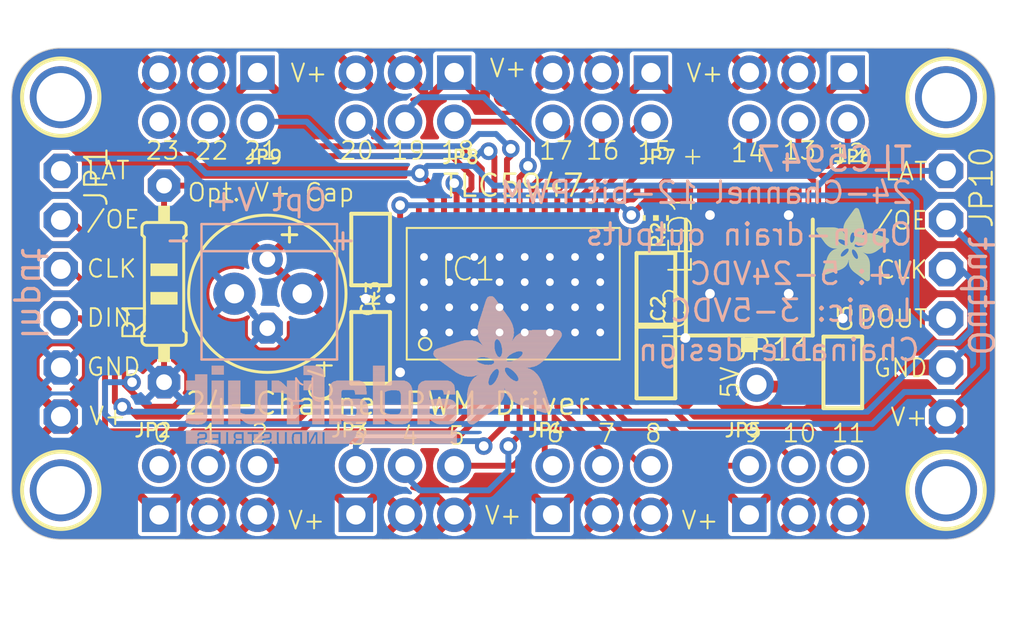
<source format=kicad_pcb>
(kicad_pcb (version 20221018) (generator pcbnew)
  (layers (0 "F.Cu" signal) (31 "B.Cu" signal) (34 "B.Paste" user) (35 "F.Paste" user) (36 "B.SilkS" user "B.Silkscreen") (37 "F.SilkS" user "F.Silkscreen") (38 "B.Mask" user) (39 "F.Mask" user) (44 "Edge.Cuts" user))
  (net 0 "")
  (net 1 "BLANK")
  (net 2 "SCLK")
  (net 3 "XLAT")
  (net 4 "N$7")
  (net 5 "N$8")
  (net 6 "N$9")
  (net 7 "N$10")
  (net 8 "N$11")
  (net 9 "N$12")
  (net 10 "N$13")
  (net 11 "N$14")
  (net 12 "N$15")
  (net 13 "N$16")
  (net 14 "N$17")
  (net 15 "N$18")
  (net 16 "N$19")
  (net 17 "N$20")
  (net 18 "N$21")
  (net 19 "N$22")
  (net 20 "N$23")
  (net 21 "N$24")
  (net 22 "N$25")
  (net 23 "N$26")
  (net 24 "N$27")
  (net 25 "N$28")
  (net 26 "N$29")
  (net 27 "N$30")
  (net 28 "N$31")
  (net 29 "GND")
  (net 30 "+24V")
  (net 31 "SOUT")
  (net 32 "VCC")
  (net 33 "N$1")
  (net 34 "SIN")
  (footprint "working:0805" (layer "F.Cu") (at 166.0271 109.0676 90)
    (fp_text reference "C3")
    (fp_text value "10uF/16V")
  )
  (footprint "working:2X03_ROUND_70MIL" (layer "F.Cu") (at 143.4211 94.8436 180)
    (fp_text reference "JP8")
    (fp_text value "")
  )
  (footprint "working:2X03_ROUND_70MIL" (layer "F.Cu") (at 163.7411 94.8436 180)
    (fp_text reference "JP6")
    (fp_text value "")
  )
  (footprint "working:CHIP-LED0805" (layer "F.Cu") (at 156.3751 100.9396 180)
    (fp_text reference "LED1")
    (fp_text value "Green")
  )
  (footprint "working:E3,5-8" (layer "F.Cu") (at 136.3091 105.0036 -90)
    (fp_text reference "C4")
    (fp_text value "~1000uF")
  )
  (footprint "working:MOUNTINGHOLE_2.5_PLATED" (layer "F.Cu") (at 125.6411 94.8436)
    (fp_text reference "U$1" hide)
    (fp_text value "MOUNTINGHOLE2.5" hide)
  )
  (footprint "working:1X06-CLEANBIG" (layer "F.Cu") (at 125.6411 105.0036 -90)
    (fp_text reference "JP1")
    (fp_text value "INPUT")
  )
  (footprint "working:MOUNTINGHOLE_2.5_PLATED" (layer "F.Cu") (at 171.3611 94.8436)
    (fp_text reference "U$2" hide)
    (fp_text value "MOUNTINGHOLE2.5" hide)
  )
  (footprint "working:FIDUCIAL_1MM" (layer "F.Cu") (at 158.6611 115.1636)
    (fp_text reference "FID3" hide)
    (fp_text value "FIDUCIAL\"\"" hide)
  )
  (footprint "working:TO252" (layer "F.Cu") (at 161.2011 105.0036)
    (fp_text reference "IC2")
    (fp_text value "LM2931ADT-5.0")
  )
  (footprint "working:0805" (layer "F.Cu") (at 141.6431 107.7976 90)
    (fp_text reference "R3")
    (fp_text value "10K")
  )
  (footprint "working:2X03_ROUND_70MIL" (layer "F.Cu") (at 133.2611 115.1636)
    (fp_text reference "JP2")
    (fp_text value "")
  )
  (footprint "working:2X03_ROUND_70MIL" (layer "F.Cu") (at 143.4211 115.1636)
    (fp_text reference "JP3")
    (fp_text value "")
  )
  (footprint "working:0805" (layer "F.Cu") (at 156.3751 108.5596 90)
    (fp_text reference "C2")
    (fp_text value "1uF/50V")
  )
  (footprint "working:0805" (layer "F.Cu") (at 156.3751 104.7496 90)
    (fp_text reference "R2")
    (fp_text value "470 ohm")
  )
  (footprint "working:MOUNTINGHOLE_2.5_PLATED" (layer "F.Cu") (at 171.3611 115.1636)
    (fp_text reference "U$4" hide)
    (fp_text value "MOUNTINGHOLE2.5" hide)
  )
  (footprint "working:HTSSOP32DAP" (layer "F.Cu") (at 149.0091 105.0036)
    (fp_text reference "IC1")
    (fp_text value "TLC5947-DAP")
  )
  (footprint "working:1X01-CLEANBIG" (layer "F.Cu") (at 161.5821 109.7026)
    (fp_text reference "JP11")
    (fp_text value "")
  )
  (footprint "working:2X03_ROUND_70MIL" (layer "F.Cu") (at 153.5811 115.1636)
    (fp_text reference "JP4")
    (fp_text value "")
  )
  (footprint "working:0805-THM" (layer "F.Cu") (at 130.9751 104.4956 90)
    (fp_text reference "R1")
    (fp_text value "3.3K")
  )
  (footprint "working:MOUNTINGHOLE_2.5_PLATED" (layer "F.Cu") (at 125.6411 115.1636)
    (fp_text reference "U$3" hide)
    (fp_text value "MOUNTINGHOLE2.5" hide)
  )
  (footprint "working:FIDUCIAL_1MM" (layer "F.Cu") (at 148.5011 94.8436)
    (fp_text reference "FID2" hide)
    (fp_text value "FIDUCIAL\"\"" hide)
  )
  (footprint "working:0805" (layer "F.Cu") (at 141.6431 102.7176 -90)
    (fp_text reference "C1")
    (fp_text value "10uF/16V")
  )
  (footprint "working:2X03_ROUND_70MIL" (layer "F.Cu") (at 133.2611 94.8436 180)
    (fp_text reference "JP9")
    (fp_text value "")
  )
  (footprint "working:FIDUCIAL_1MM" (layer "F.Cu") (at 138.3411 115.1636)
    (fp_text reference "FID1" hide)
    (fp_text value "FIDUCIAL\"\"" hide)
  )
  (footprint "working:1X06-CLEANBIG" (layer "F.Cu") (at 171.3611 105.0036 -90)
    (fp_text reference "JP10")
    (fp_text value "OUTPUT")
  )
  (footprint "working:2X03_ROUND_70MIL" (layer "F.Cu") (at 163.7411 115.1636)
    (fp_text reference "JP5")
    (fp_text value "")
  )
  (footprint "working:2X03_ROUND_70MIL" (layer "F.Cu") (at 153.5811 94.8436 180)
    (fp_text reference "JP7")
    (fp_text value "")
  )
  (footprint "working:ADAFRUIT_3.5MM" (layer "F.Cu") (at 164.6301 104.3686)
    (fp_text reference "U$6" hide)
    (fp_text value "" hide)
  )
  (footprint "working:ADAFRUIT_TEXT_20MM" (layer "B.Cu") (at 151.6761 112.7506 180)
    (fp_text reference "U$5" hide)
    (fp_text value "" hide)
  )
  (footprint "working:1X2-3.5MM" (layer "B.Cu") (at 136.3091 105.0036)
    (fp_text reference "J1")
    (fp_text value "1X2-3.5MM" hide)
  )
  (gr_line (start 173.9011 115.1636) (end 173.9011 94.8436) (stroke (width 0.05)) (layer "Edge.Cuts"))
  (gr_arc (start 123.1011 94.8436) (mid 123.845049 93.047549) (end 125.6411 92.3036) (stroke (width 0.05)) (layer "Edge.Cuts"))
  (gr_arc (start 173.9011 115.1636) (mid 173.157151 116.959651) (end 171.3611 117.7036) (stroke (width 0.05)) (layer "Edge.Cuts"))
  (gr_line (start 123.1011 94.8436) (end 123.1011 115.1636) (stroke (width 0.05)) (layer "Edge.Cuts"))
  (gr_line (start 125.6411 117.7036) (end 171.3611 117.7036) (stroke (width 0.05)) (layer "Edge.Cuts"))
  (gr_arc (start 171.3611 92.3036) (mid 173.157151 93.047549) (end 173.9011 94.8436) (stroke (width 0.05)) (layer "Edge.Cuts"))
  (gr_line (start 171.3611 92.3036) (end 125.6411 92.3036) (stroke (width 0.05)) (layer "Edge.Cuts"))
  (gr_arc (start 125.6411 117.7036) (mid 123.845049 116.959651) (end 123.1011 115.1636) (stroke (width 0.05)) (layer "Edge.Cuts"))
  (gr_text "-" (at 132.4991 102.8446) (layer "B.SilkS") (effects (font (size 1.1176 1.1176) (thickness 0.1524)) (justify left bottom mirror)))
  (gr_text "V+: 5-24VDC" (at 169.7101 104.6226) (layer "B.SilkS") (effects (font (size 1.1176 1.1176) (thickness 0.1524)) (justify left bottom mirror)))
  (gr_text "Chainable design" (at 170.0911 108.5596) (layer "B.SilkS") (effects (font (size 1.1176 1.1176) (thickness 0.1524)) (justify left bottom mirror)))
  (gr_text "24-Channel 12-bit PWM" (at 169.7101 100.4316) (layer "B.SilkS") (effects (font (size 1.1176 1.1176) (thickness 0.1524)) (justify left bottom mirror)))
  (gr_text "Opt V+" (at 139.4841 100.8126) (layer "B.SilkS") (effects (font (size 1.1176 1.1176) (thickness 0.1524)) (justify left bottom mirror)))
  (gr_text "TLC5947" (at 169.7101 98.7806) (layer "B.SilkS") (effects (font (size 1.251712 1.251712) (thickness 0.170688)) (justify left bottom mirror)))
  (gr_text "Logic: 3-5VDC" (at 169.7101 106.5276) (layer "B.SilkS") (effects (font (size 1.1176 1.1176) (thickness 0.1524)) (justify left bottom mirror)))
  (gr_text "Input" (at 124.2441 105.0036 -90) (layer "B.SilkS") (effects (font (size 1.251712 1.251712) (thickness 0.170688)) (justify mirror)))
  (gr_text "Output" (at 173.1391 105.1306 -90) (layer "B.SilkS") (effects (font (size 1.251712 1.251712) (thickness 0.170688)) (justify mirror)))
  (gr_text "Open-drain outputs" (at 169.7101 102.5906) (layer "B.SilkS") (effects (font (size 1.1176 1.1176) (thickness 0.1524)) (justify left bottom mirror)))
  (gr_text "+" (at 141.0081 102.8446) (layer "B.SilkS") (effects (font (size 1.1176 1.1176) (thickness 0.1524)) (justify left bottom mirror)))
  (gr_text "V+" (at 149.5171 115.9256) (layer "F.SilkS") (effects (font (size 0.9144 0.9144) (thickness 0.1016)) (justify right top)))
  (gr_text "GND" (at 170.4721 108.3056) (layer "F.SilkS") (effects (font (size 0.9144 0.9144) (thickness 0.1016)) (justify right top)))
  (gr_text "Opt. V+ Cap" (at 132.1181 100.3046) (layer "F.SilkS") (effects (font (size 0.9144 0.9144) (thickness 0.1016)) (justify left bottom)))
  (gr_text "LAT" (at 126.9111 99.1616) (layer "F.SilkS") (effects (font (size 0.9144 0.9144) (thickness 0.1016)) (justify left bottom)))
  (gr_text "TLC5947" (at 149.0091 99.4156) (layer "F.SilkS") (effects (font (size 1.143 1.143) (thickness 0.127))))
  (gr_text "/OE" (at 170.4721 100.6856) (layer "F.SilkS") (effects (font (size 0.9144 0.9144) (thickness 0.1016)) (justify right top)))
  (gr_text "V+" (at 159.6771 116.1796) (layer "F.SilkS") (effects (font (size 0.9144 0.9144) (thickness 0.1016)) (justify right top)))
  (gr_text "4" (at 143.1671 112.8776) (layer "F.SilkS") (effects (font (size 0.9144 0.9144) (thickness 0.1016)) (justify left bottom)))
  (gr_text "7" (at 153.3271 112.7506) (layer "F.SilkS") (effects (font (size 0.9144 0.9144) (thickness 0.1016)) (justify left bottom)))
  (gr_text "5" (at 145.5801 112.8776) (layer "F.SilkS") (effects (font (size 0.9144 0.9144) (thickness 0.1016)) (justify left bottom)))
  (gr_text "DIN" (at 126.9111 106.7816) (layer "F.SilkS") (effects (font (size 0.9144 0.9144) (thickness 0.1016)) (justify left bottom)))
  (gr_text "10" (at 162.8521 112.7506) (layer "F.SilkS") (effects (font (size 0.9144 0.9144) (thickness 0.1016)) (justify left bottom)))
  (gr_text "GND" (at 126.9111 109.3216) (layer "F.SilkS") (effects (font (size 0.9144 0.9144) (thickness 0.1016)) (justify left bottom)))
  (gr_text "11" (at 165.3921 112.7506) (layer "F.SilkS") (effects (font (size 0.9144 0.9144) (thickness 0.1016)) (justify left bottom)))
  (gr_text "14" (at 160.1851 98.2726) (layer "F.SilkS") (effects (font (size 0.9144 0.9144) (thickness 0.1016)) (justify left bottom)))
  (gr_text "15" (at 155.3591 98.1456) (layer "F.SilkS") (effects (font (size 0.9144 0.9144) (thickness 0.1016)) (justify left bottom)))
  (gr_text "13" (at 162.8521 98.1456) (layer "F.SilkS") (effects (font (size 0.9144 0.9144) (thickness 0.1016)) (justify left bottom)))
  (gr_text "V+" (at 170.4721 110.8456) (layer "F.SilkS") (effects (font (size 0.9144 0.9144) (thickness 0.1016)) (justify right top)))
  (gr_text "20" (at 139.9921 98.1456) (layer "F.SilkS") (effects (font (size 0.9144 0.9144) (thickness 0.1016)) (justify left bottom)))
  (gr_text "/OE" (at 126.9111 101.7016) (layer "F.SilkS") (effects (font (size 0.9144 0.9144) (thickness 0.1016)) (justify left bottom)))
  (gr_text "CLK" (at 126.9111 104.2416) (layer "F.SilkS") (effects (font (size 0.9144 0.9144) (thickness 0.1016)) (justify left bottom)))
  (gr_text "6" (at 150.6601 112.7506) (layer "F.SilkS") (effects (font (size 0.9144 0.9144) (thickness 0.1016)) (justify left bottom)))
  (gr_text "V+" (at 149.7711 92.8116) (layer "F.SilkS") (effects (font (size 0.9144 0.9144) (thickness 0.1016)) (justify right top)))
  (gr_text "8" (at 155.7401 112.7506) (layer "F.SilkS") (effects (font (size 0.9144 0.9144) (thickness 0.1016)) (justify left bottom)))
  (gr_text "22" (at 132.4991 98.1456) (layer "F.SilkS") (effects (font (size 0.9144 0.9144) (thickness 0.1016)) (justify left bottom)))
  (gr_text "24-Channel PWM Driver" (at 131.9911 111.3536) (layer "F.SilkS") (effects (font (size 1.143 1.143) (thickness 0.127)) (justify left bottom)))
  (gr_text "12" (at 165.3921 98.2726) (layer "F.SilkS") (effects (font (size 0.9144 0.9144) (thickness 0.1016)) (justify left bottom)))
  (gr_text "19" (at 142.6591 98.1456) (layer "F.SilkS") (effects (font (size 0.9144 0.9144) (thickness 0.1016)) (justify left bottom)))
  (gr_text "18" (at 145.1991 98.1456) (layer "F.SilkS") (effects (font (size 0.9144 0.9144) (thickness 0.1016)) (justify left bottom)))
  (gr_text "V+" (at 159.9311 93.0656) (layer "F.SilkS") (effects (font (size 0.9144 0.9144) (thickness 0.1016)) (justify right top)))
  (gr_text "V+" (at 127.0381 111.8616) (layer "F.SilkS") (effects (font (size 0.9144 0.9144) (thickness 0.1016)) (justify left bottom)))
  (gr_text "DOUT" (at 170.4721 105.7656) (layer "F.SilkS") (effects (font (size 0.9144 0.9144) (thickness 0.1016)) (justify right top)))
  (gr_text "23" (at 129.9591 98.1456) (layer "F.SilkS") (effects (font (size 0.9144 0.9144) (thickness 0.1016)) (justify left bottom)))
  (gr_text "CLK" (at 170.4721 103.2256) (layer "F.SilkS") (effects (font (size 0.9144 0.9144) (thickness 0.1016)) (justify right top)))
  (gr_text "5V" (at 159.6771 108.6866 90) (layer "F.SilkS") (effects (font (size 0.9144 0.9144) (thickness 0.1016)) (justify right top)))
  (gr_text "9" (at 160.8201 112.7506) (layer "F.SilkS") (effects (font (size 0.9144 0.9144) (thickness 0.1016)) (justify left bottom)))
  (gr_text "21" (at 135.0391 98.1456) (layer "F.SilkS") (effects (font (size 0.9144 0.9144) (thickness 0.1016)) (justify left bottom)))
  (gr_text "V+" (at 139.4841 93.0656) (layer "F.SilkS") (effects (font (size 0.9144 0.9144) (thickness 0.1016)) (justify right top)))
  (gr_text "3" (at 140.5001 112.8776) (layer "F.SilkS") (effects (font (size 0.9144 0.9144) (thickness 0.1016)) (justify left bottom)))
  (gr_text "17" (at 150.2791 98.1456) (layer "F.SilkS") (effects (font (size 0.9144 0.9144) (thickness 0.1016)) (justify left bottom)))
  (gr_text "V+" (at 139.3571 116.1796) (layer "F.SilkS") (effects (font (size 0.9144 0.9144) (thickness 0.1016)) (justify right top)))
  (gr_text "0" (at 130.3401 112.7506) (layer "F.SilkS") (effects (font (size 0.9144 0.9144) (thickness 0.1016)) (justify left bottom)))
  (gr_text "2" (at 135.4201 112.7506) (layer "F.SilkS") (effects (font (size 0.9144 0.9144) (thickness 0.1016)) (justify left bottom)))
  (gr_text "16" (at 152.6921 98.1456) (layer "F.SilkS") (effects (font (size 0.9144 0.9144) (thickness 0.1016)) (justify left bottom)))
  (gr_text "1" (at 132.8801 112.7506) (layer "F.SilkS") (effects (font (size 0.9144 0.9144) (thickness 0.1016)) (justify left bottom)))
  (gr_text "LAT" (at 170.4721 98.1456) (layer "F.SilkS") (effects (font (size 0.9144 0.9144) (thickness 0.1016)) (justify right top)))
  (segment (start 129.3241 109.5756) (end 128.9431 109.5756) (width 0.3048) (layer "F.Cu") (net 1))
  (segment (start 141.6431 110.0836) (end 139.3571 110.0836) (width 0.254) (layer "F.Cu") (net 1))
  (segment (start 128.9431 103.9876) (end 126.1491 101.1936) (width 0.3048) (layer "F.Cu") (net 1))
  (segment (start 141.6431 108.7476) (end 141.6431 110.0836) (width 0.3048) (layer "F.Cu") (net 1))
  (segment (start 144.7841 108.7536) (end 144.7841 109.9906) (width 0.254) (layer "F.Cu") (net 1))
  (segment (start 144.7841 109.9906) (end 144.6911 110.0836) (width 0.254) (layer "F.Cu") (net 1))
  (segment (start 130.0861 110.8456) (end 128.9431 109.7026) (width 0.3048) (layer "F.Cu") (net 1))
  (segment (start 131.4831 110.8456) (end 130.0861 110.8456) (width 0.3048) (layer "F.Cu") (net 1))
  (segment (start 126.1491 101.1936) (end 125.6411 101.1936) (width 0.3048) (layer "F.Cu") (net 1))
  (segment (start 139.3571 110.0836) (end 137.8331 110.0836) (width 0.3048) (layer "F.Cu") (net 1))
  (segment (start 128.9431 109.5756) (end 128.9431 103.9876) (width 0.3048) (layer "F.Cu") (net 1))
  (segment (start 144.6911 110.0836) (end 141.6431 110.0836) (width 0.254) (layer "F.Cu") (net 1))
  (segment (start 128.9431 109.7026) (end 128.9431 109.5756) (width 0.3048) (layer "F.Cu") (net 1))
  (segment (start 131.7371 110.5916) (end 131.4831 110.8456) (width 0.3048) (layer "F.Cu") (net 1))
  (segment (start 137.8331 110.0836) (end 137.3251 110.5916) (width 0.3048) (layer "F.Cu") (net 1))
  (segment (start 137.3251 110.5916) (end 131.7371 110.5916) (width 0.3048) (layer "F.Cu") (net 1))
  (via (at 129.3241 109.5756) (size 0.9064) (drill 0.5) (layers "F.Cu" "B.Cu") (net 1))
  (segment (start 127.9271 111.2266) (end 127.9271 109.5756) (width 0.3048) (layer "B.Cu") (net 1))
  (segment (start 171.3611 101.1936) (end 173.2661 103.0986) (width 0.3048) (layer "B.Cu") (net 1))
  (segment (start 173.2661 103.0986) (end 173.2661 108.8136) (width 0.3048) (layer "B.Cu") (net 1))
  (segment (start 128.4351 111.7346) (end 127.9271 111.2266) (width 0.3048) (layer "B.Cu") (net 1))
  (segment (start 127.9271 109.5756) (end 129.3241 109.5756) (width 0.3048) (layer "B.Cu") (net 1))
  (segment (start 171.9961 110.0836) (end 169.2021 110.0836) (width 0.3048) (layer "B.Cu") (net 1))
  (segment (start 167.5511 111.7346) (end 128.4351 111.7346) (width 0.3048) (layer "B.Cu") (net 1))
  (segment (start 169.2021 110.0836) (end 167.5511 111.7346) (width 0.3048) (layer "B.Cu") (net 1))
  (segment (start 173.2661 108.8136) (end 171.9961 110.0836) (width 0.3048) (layer "B.Cu") (net 1))
  (segment (start 128.6891 110.8456) (end 128.8161 110.8456) (width 0.3048) (layer "F.Cu") (net 2))
  (segment (start 131.9911 111.0996) (end 131.7371 111.3536) (width 0.3048) (layer "F.Cu") (net 2))
  (segment (start 128.4351 110.5916) (end 128.6891 110.8456) (width 0.3048) (layer "F.Cu") (net 2))
  (segment (start 128.4351 106.0196) (end 126.1491 103.7336) (width 0.3048) (layer "F.Cu") (net 2))
  (segment (start 128.4351 110.5916) (end 128.4351 106.0196) (width 0.3048) (layer "F.Cu") (net 2))
  (segment (start 144.9451 110.5916) (end 138.0871 110.5916) (width 0.3048) (layer "F.Cu") (net 2))
  (segment (start 145.4341 108.7536) (end 145.4341 110.1026) (width 0.3048) (layer "F.Cu") (net 2))
  (segment (start 137.5791 111.0996) (end 131.9911 111.0996) (width 0.3048) (layer "F.Cu") (net 2))
  (segment (start 126.1491 103.7336) (end 125.6411 103.7336) (width 0.3048) (layer "F.Cu") (net 2))
  (segment (start 138.0871 110.5916) (end 137.5791 111.0996) (width 0.3048) (layer "F.Cu") (net 2))
  (segment (start 145.4341 110.1026) (end 144.9451 110.5916) (width 0.3048) (layer "F.Cu") (net 2))
  (segment (start 129.5781 111.3536) (end 129.0701 110.8456) (width 0.3048) (layer "F.Cu") (net 2))
  (segment (start 129.0701 110.8456) (end 128.8161 110.8456) (width 0.3048) (layer "F.Cu") (net 2))
  (segment (start 131.7371 111.3536) (end 129.5781 111.3536) (width 0.3048) (layer "F.Cu") (net 2))
  (via (at 128.8161 110.8456) (size 0.9064) (drill 0.5) (layers "F.Cu" "B.Cu") (net 2))
  (segment (start 129.0701 111.0996) (end 128.8161 110.8456) (width 0.3048) (layer "B.Cu") (net 2))
  (segment (start 171.9961 107.5436) (end 172.6311 106.9086) (width 0.3048) (layer "B.Cu") (net 2))
  (segment (start 170.8531 107.5436) (end 171.9961 107.5436) (width 0.3048) (layer "B.Cu") (net 2))
  (segment (start 170.8531 107.5436) (end 167.2971 111.0996) (width 0.3048) (layer "B.Cu") (net 2))
  (segment (start 167.2971 111.0996) (end 129.0701 111.0996) (width 0.3048) (layer "B.Cu") (net 2))
  (segment (start 172.6311 106.9086) (end 172.6311 104.2416) (width 0.3048) (layer "B.Cu") (net 2))
  (segment (start 172.6311 104.2416) (end 172.1231 103.7336) (width 0.3048) (layer "B.Cu") (net 2))
  (segment (start 172.1231 103.7336) (end 171.3611 103.7336) (width 0.3048) (layer "B.Cu") (net 2))
  (segment (start 145.4341 100.0316) (end 145.4341 101.2536) (width 0.3048) (layer "F.Cu") (net 3))
  (segment (start 144.1831 98.7806) (end 145.4341 100.0316) (width 0.3048) (layer "F.Cu") (net 3))
  (via (at 144.1831 98.7806) (size 0.9064) (drill 0.5) (layers "F.Cu" "B.Cu") (net 3))
  (segment (start 164.7571 99.4156) (end 147.9931 99.4156) (width 0.3048) (layer "B.Cu") (net 3))
  (segment (start 144.5641 98.3996) (end 144.1831 98.7806) (width 0.3048) (layer "B.Cu") (net 3))
  (segment (start 165.5191 98.6536) (end 164.7571 99.4156) (width 0.3048) (layer "B.Cu") (net 3))
  (segment (start 132.3721 98.0186) (end 133.1341 98.7806) (width 0.3048) (layer "B.Cu") (net 3))
  (segment (start 171.3611 98.6536) (end 165.5191 98.6536) (width 0.3048) (layer "B.Cu") (net 3))
  (segment (start 133.1341 98.7806) (end 144.1831 98.7806) (width 0.3048) (layer "B.Cu") (net 3))
  (segment (start 126.2761 98.0186) (end 132.3721 98.0186) (width 0.3048) (layer "B.Cu") (net 3))
  (segment (start 147.9931 99.4156) (end 146.9771 98.3996) (width 0.3048) (layer "B.Cu") (net 3))
  (segment (start 125.6411 98.6536) (end 126.2761 98.0186) (width 0.3048) (layer "B.Cu") (net 3))
  (segment (start 146.9771 98.3996) (end 144.5641 98.3996) (width 0.3048) (layer "B.Cu") (net 3))
  (segment (start 143.6751 99.6696) (end 143.4211 99.4156) (width 0.3048) (layer "F.Cu") (net 4))
  (segment (start 144.7841 101.2536) (end 144.7841 100.1436) (width 0.3048) (layer "F.Cu") (net 4))
  (segment (start 144.7841 100.1436) (end 144.3101 99.6696) (width 0.3048) (layer "F.Cu") (net 4))
  (segment (start 143.4211 99.4156) (end 130.9751 99.4156) (width 0.3048) (layer "F.Cu") (net 4))
  (segment (start 144.3101 99.6696) (end 143.6751 99.6696) (width 0.3048) (layer "F.Cu") (net 4))
  (segment (start 138.0871 112.1156) (end 132.4991 112.1156) (width 0.3048) (layer "F.Cu") (net 5))
  (segment (start 146.7341 110.3266) (end 145.4531 111.6076) (width 0.3048) (layer "F.Cu") (net 5))
  (segment (start 146.7341 108.7536) (end 146.7341 110.3266) (width 0.3048) (layer "F.Cu") (net 5))
  (segment (start 145.4531 111.6076) (end 138.5951 111.6076) (width 0.3048) (layer "F.Cu") (net 5))
  (segment (start 138.5951 111.6076) (end 138.0871 112.1156) (width 0.3048) (layer "F.Cu") (net 5))
  (segment (start 132.4991 112.1156) (end 130.7211 113.8936) (width 0.3048) (layer "F.Cu") (net 5))
  (segment (start 147.3841 108.7536) (end 147.3841 110.4386) (width 0.3048) (layer "F.Cu") (net 6))
  (segment (start 134.5311 112.6236) (end 133.2611 113.8936) (width 0.3048) (layer "F.Cu") (net 6))
  (segment (start 138.8491 112.6236) (end 134.5311 112.6236) (width 0.3048) (layer "F.Cu") (net 6))
  (segment (start 145.7071 112.1156) (end 139.3571 112.1156) (width 0.3048) (layer "F.Cu") (net 6))
  (segment (start 139.3571 112.1156) (end 138.8491 112.6236) (width 0.3048) (layer "F.Cu") (net 6))
  (segment (start 147.3841 110.4386) (end 145.7071 112.1156) (width 0.3048) (layer "F.Cu") (net 6))
  (segment (start 145.9611 112.6236) (end 140.1191 112.6236) (width 0.3048) (layer "F.Cu") (net 7))
  (segment (start 136.0551 113.6396) (end 135.8011 113.8936) (width 0.3048) (layer "F.Cu") (net 7))
  (segment (start 148.0341 110.5506) (end 145.9611 112.6236) (width 0.3048) (layer "F.Cu") (net 7))
  (segment (start 139.1031 113.6396) (end 136.0551 113.6396) (width 0.3048) (layer "F.Cu") (net 7))
  (segment (start 148.0341 108.7536) (end 148.0341 110.5506) (width 0.3048) (layer "F.Cu") (net 7))
  (segment (start 140.1191 112.6236) (end 139.1031 113.6396) (width 0.3048) (layer "F.Cu") (net 7))
  (segment (start 148.6841 108.7536) (end 148.6841 111.6786) (width 0.3048) (layer "F.Cu") (net 8))
  (segment (start 148.6841 111.6786) (end 147.4851 112.8776) (width 0.3048) (layer "F.Cu") (net 8))
  (via (at 147.4851 112.8776) (size 0.9064) (drill 0.5) (layers "F.Cu" "B.Cu") (net 8))
  (segment (start 140.8811 112.8776) (end 140.8811 113.8936) (width 0.3048) (layer "B.Cu") (net 8))
  (segment (start 141.1351 112.6236) (end 140.8811 112.8776) (width 0.3048) (layer "B.Cu") (net 8))
  (segment (start 147.2311 112.6236) (end 141.1351 112.6236) (width 0.3048) (layer "B.Cu") (net 8))
  (segment (start 147.4851 112.8776) (end 147.2311 112.6236) (width 0.3048) (layer "B.Cu") (net 8))
  (segment (start 149.3341 112.2986) (end 148.7551 112.8776) (width 0.3048) (layer "F.Cu") (net 9))
  (segment (start 149.3341 108.7536) (end 149.3341 112.2986) (width 0.3048) (layer "F.Cu") (net 9))
  (via (at 148.7551 112.8776) (size 0.9064) (drill 0.5) (layers "F.Cu" "B.Cu") (net 9))
  (segment (start 148.7551 112.8776) (end 148.7551 114.1476) (width 0.3048) (layer "B.Cu") (net 9))
  (segment (start 144.1831 115.1636) (end 143.4211 114.4016) (width 0.3048) (layer "B.Cu") (net 9))
  (segment (start 148.7551 114.1476) (end 147.7391 115.1636) (width 0.3048) (layer "B.Cu") (net 9))
  (segment (start 147.7391 115.1636) (end 144.1831 115.1636) (width 0.3048) (layer "B.Cu") (net 9))
  (segment (start 143.4211 114.4016) (end 143.4211 113.8936) (width 0.3048) (layer "B.Cu") (net 9))
  (segment (start 149.0091 113.8936) (end 145.9611 113.8936) (width 0.3048) (layer "F.Cu") (net 10))
  (segment (start 149.9841 112.9186) (end 149.0091 113.8936) (width 0.3048) (layer "F.Cu") (net 10))
  (segment (start 149.9841 108.7536) (end 149.9841 112.9186) (width 0.3048) (layer "F.Cu") (net 10))
  (segment (start 150.6341 108.7536) (end 150.6341 113.4866) (width 0.3048) (layer "F.Cu") (net 11))
  (segment (start 150.6341 113.4866) (end 151.0411 113.8936) (width 0.3048) (layer "F.Cu") (net 11))
  (segment (start 151.2841 108.7536) (end 151.2841 110.8346) (width 0.3048) (layer "F.Cu") (net 12))
  (segment (start 153.5811 113.1316) (end 153.5811 113.8936) (width 0.3048) (layer "F.Cu") (net 12))
  (segment (start 151.2841 110.8346) (end 153.5811 113.1316) (width 0.3048) (layer "F.Cu") (net 12))
  (segment (start 151.9341 108.7536) (end 151.9341 110.2146) (width 0.3048) (layer "F.Cu") (net 13))
  (segment (start 155.6131 113.8936) (end 156.1211 113.8936) (width 0.3048) (layer "F.Cu") (net 13))
  (segment (start 151.9341 110.2146) (end 155.6131 113.8936) (width 0.3048) (layer "F.Cu") (net 13))
  (segment (start 154.5971 112.1156) (end 156.1211 112.1156) (width 0.3048) (layer "F.Cu") (net 14))
  (segment (start 152.5841 110.1026) (end 154.5971 112.1156) (width 0.3048) (layer "F.Cu") (net 14))
  (segment (start 157.8991 113.8936) (end 161.2011 113.8936) (width 0.3048) (layer "F.Cu") (net 14))
  (segment (start 156.1211 112.1156) (end 157.8991 113.8936) (width 0.3048) (layer "F.Cu") (net 14))
  (segment (start 152.5841 108.7536) (end 152.5841 110.1026) (width 0.3048) (layer "F.Cu") (net 14))
  (segment (start 162.4711 112.6236) (end 163.7411 113.8936) (width 0.3048) (layer "F.Cu") (net 15))
  (segment (start 157.8991 112.6236) (end 162.4711 112.6236) (width 0.3048) (layer "F.Cu") (net 15))
  (segment (start 153.2341 108.7536) (end 153.2341 109.9906) (width 0.3048) (layer "F.Cu") (net 15))
  (segment (start 153.2341 109.9906) (end 154.8511 111.6076) (width 0.3048) (layer "F.Cu") (net 15))
  (segment (start 154.8511 111.6076) (end 156.8831 111.6076) (width 0.3048) (layer "F.Cu") (net 15))
  (segment (start 156.8831 111.6076) (end 157.8991 112.6236) (width 0.3048) (layer "F.Cu") (net 15))
  (segment (start 164.2491 111.8616) (end 166.2811 113.8936) (width 0.3048) (layer "F.Cu") (net 16))
  (segment (start 157.3911 111.0996) (end 158.1531 111.8616) (width 0.3048) (layer "F.Cu") (net 16))
  (segment (start 153.8841 109.8786) (end 155.1051 111.0996) (width 0.3048) (layer "F.Cu") (net 16))
  (segment (start 153.8841 108.7536) (end 153.8841 109.8786) (width 0.3048) (layer "F.Cu") (net 16))
  (segment (start 155.1051 111.0996) (end 157.3911 111.0996) (width 0.3048) (layer "F.Cu") (net 16))
  (segment (start 158.1531 111.8616) (end 164.2491 111.8616) (width 0.3048) (layer "F.Cu") (net 16))
  (segment (start 148.0341 101.2536) (end 148.0341 97.9326) (width 0.3048) (layer "F.Cu") (net 17))
  (segment (start 148.0341 97.9326) (end 147.7391 97.6376) (width 0.3048) (layer "F.Cu") (net 17))
  (via (at 147.7391 97.6376) (size 0.9064) (drill 0.5) (layers "F.Cu" "B.Cu") (net 17))
  (segment (start 138.3411 96.1136) (end 135.8011 96.1136) (width 0.3048) (layer "B.Cu") (net 17))
  (segment (start 147.1041 97.8916) (end 140.1191 97.8916) (width 0.3048) (layer "B.Cu") (net 17))
  (segment (start 147.3581 97.6376) (end 147.1041 97.8916) (width 0.3048) (layer "B.Cu") (net 17))
  (segment (start 147.7391 97.6376) (end 147.3581 97.6376) (width 0.3048) (layer "B.Cu") (net 17))
  (segment (start 140.1191 97.8916) (end 138.3411 96.1136) (width 0.3048) (layer "B.Cu") (net 17))
  (segment (start 146.2151 97.3836) (end 134.5311 97.3836) (width 0.3048) (layer "F.Cu") (net 18))
  (segment (start 134.5311 97.3836) (end 133.2611 96.1136) (width 0.3048) (layer "F.Cu") (net 18))
  (segment (start 147.3841 98.5526) (end 146.2151 97.3836) (width 0.3048) (layer "F.Cu") (net 18))
  (segment (start 147.3841 101.2536) (end 147.3841 98.5526) (width 0.3048) (layer "F.Cu") (net 18))
  (segment (start 132.4991 97.8916) (end 130.7211 96.1136) (width 0.3048) (layer "F.Cu") (net 19))
  (segment (start 146.8501 98.9076) (end 145.8341 97.8916) (width 0.3048) (layer "F.Cu") (net 19))
  (segment (start 146.7341 101.2536) (end 146.7341 99.6586) (width 0.3048) (layer "F.Cu") (net 19))
  (segment (start 146.7341 99.6586) (end 146.8501 99.5426) (width 0.3048) (layer "F.Cu") (net 19))
  (segment (start 146.8501 99.5426) (end 146.8501 98.9076) (width 0.3048) (layer "F.Cu") (net 19))
  (segment (start 145.8341 97.8916) (end 132.4991 97.8916) (width 0.3048) (layer "F.Cu") (net 19))
  (segment (start 150.7871 98.6536) (end 149.9841 99.4566) (width 0.3048) (layer "F.Cu") (net 20))
  (segment (start 149.2631 96.1136) (end 145.9611 96.1136) (width 0.3048) (layer "F.Cu") (net 20))
  (segment (start 149.2631 96.1136) (end 150.7871 97.6376) (width 0.3048) (layer "F.Cu") (net 20))
  (segment (start 149.9841 99.4566) (end 149.9841 101.2536) (width 0.3048) (layer "F.Cu") (net 20))
  (segment (start 150.7871 97.6376) (end 150.7871 98.6536) (width 0.3048) (layer "F.Cu") (net 20))
  (segment (start 149.7711 98.5416) (end 149.7711 98.3996) (width 0.3048) (layer "F.Cu") (net 21))
  (segment (start 149.3341 98.9786) (end 149.7711 98.5416) (width 0.3048) (layer "F.Cu") (net 21))
  (segment (start 149.3341 101.2536) (end 149.3341 98.9786) (width 0.3048) (layer "F.Cu") (net 21))
  (via (at 149.7711 98.3996) (size 0.9064) (drill 0.5) (layers "F.Cu" "B.Cu") (net 21))
  (segment (start 149.7711 98.3996) (end 149.7711 97.1296) (width 0.3048) (layer "B.Cu") (net 21))
  (segment (start 149.7711 97.1296) (end 147.4851 94.8436) (width 0.3048) (layer "B.Cu") (net 21))
  (segment (start 144.1831 94.8436) (end 143.4211 95.6056) (width 0.3048) (layer "B.Cu") (net 21))
  (segment (start 147.4851 94.8436) (end 144.1831 94.8436) (width 0.3048) (layer "B.Cu") (net 21))
  (segment (start 143.4211 95.6056) (end 143.4211 96.1136) (width 0.3048) (layer "B.Cu") (net 21))
  (segment (start 148.6841 101.2536) (end 148.6841 98.0746) (width 0.3048) (layer "F.Cu") (net 22))
  (segment (start 148.8821 97.8766) (end 148.8821 97.5106) (width 0.3048) (layer "F.Cu") (net 22))
  (segment (start 148.6841 98.0746) (end 148.8821 97.8766) (width 0.3048) (layer "F.Cu") (net 22))
  (via (at 148.8821 97.5106) (size 0.9064) (drill 0.5) (layers "F.Cu" "B.Cu") (net 22))
  (segment (start 141.1351 96.1136) (end 140.8811 96.1136) (width 0.3048) (layer "B.Cu") (net 22))
  (segment (start 148.1201 96.7486) (end 147.2311 96.7486) (width 0.3048) (layer "B.Cu") (net 22))
  (segment (start 147.2311 96.7486) (end 146.5961 97.3836) (width 0.3048) (layer "B.Cu") (net 22))
  (segment (start 148.8821 97.5106) (end 148.1201 96.7486) (width 0.3048) (layer "B.Cu") (net 22))
  (segment (start 146.5961 97.3836) (end 142.4051 97.3836) (width 0.3048) (layer "B.Cu") (net 22))
  (segment (start 142.4051 97.3836) (end 141.1351 96.1136) (width 0.3048) (layer "B.Cu") (net 22))
  (segment (start 151.9341 101.2536) (end 151.9341 99.7926) (width 0.3048) (layer "F.Cu") (net 23))
  (segment (start 155.6131 96.1136) (end 156.1211 96.1136) (width 0.3048) (layer "F.Cu") (net 23))
  (segment (start 151.9341 99.7926) (end 155.6131 96.1136) (width 0.3048) (layer "F.Cu") (net 23))
  (segment (start 151.2841 101.2536) (end 151.2841 99.6806) (width 0.3048) (layer "F.Cu") (net 24))
  (segment (start 151.2841 99.6806) (end 153.5811 97.3836) (width 0.3048) (layer "F.Cu") (net 24))
  (segment (start 153.5811 97.3836) (end 153.5811 96.1136) (width 0.3048) (layer "F.Cu") (net 24))
  (segment (start 151.8031 96.3676) (end 151.5491 96.1136) (width 0.3048) (layer "F.Cu") (net 25))
  (segment (start 150.6341 99.5686) (end 151.8031 98.3996) (width 0.3048) (layer "F.Cu") (net 25))
  (segment (start 150.6341 101.2536) (end 150.6341 99.5686) (width 0.3048) (layer "F.Cu") (net 25))
  (segment (start 151.8031 98.3996) (end 151.8031 96.3676) (width 0.3048) (layer "F.Cu") (net 25))
  (segment (start 151.5491 96.1136) (end 151.0411 96.1136) (width 0.3048) (layer "F.Cu") (net 25))
  (segment (start 155.8671 98.3996) (end 153.8841 100.3826) (width 0.3048) (layer "F.Cu") (net 26))
  (segment (start 165.2651 98.3996) (end 155.8671 98.3996) (width 0.3048) (layer "F.Cu") (net 26))
  (segment (start 166.2811 96.1136) (end 166.2811 97.3836) (width 0.3048) (layer "F.Cu") (net 26))
  (segment (start 166.2811 97.3836) (end 165.2651 98.3996) (width 0.3048) (layer "F.Cu") (net 26))
  (segment (start 153.8841 100.3826) (end 153.8841 101.2536) (width 0.3048) (layer "F.Cu") (net 26))
  (segment (start 153.2341 100.0166) (end 155.3591 97.8916) (width 0.3048) (layer "F.Cu") (net 27))
  (segment (start 163.7411 97.6376) (end 163.4871 97.8916) (width 0.3048) (layer "F.Cu") (net 27))
  (segment (start 163.4871 97.8916) (end 155.3591 97.8916) (width 0.3048) (layer "F.Cu") (net 27))
  (segment (start 153.2341 101.2536) (end 153.2341 100.0166) (width 0.3048) (layer "F.Cu") (net 27))
  (segment (start 163.7411 96.1136) (end 163.7411 97.6376) (width 0.3048) (layer "F.Cu") (net 27))
  (segment (start 152.5841 101.2536) (end 152.5841 99.9046) (width 0.3048) (layer "F.Cu") (net 28))
  (segment (start 152.5841 99.9046) (end 155.1051 97.3836) (width 0.3048) (layer "F.Cu") (net 28))
  (segment (start 161.2011 96.1136) (end 161.2011 97.3836) (width 0.3048) (layer "F.Cu") (net 28))
  (segment (start 161.2011 97.3836) (end 155.1051 97.3836) (width 0.3048) (layer "F.Cu") (net 28))
  (segment (start 149.6011 104.6116) (end 149.6011 104.4036) (width 0.3048) (layer "F.Cu") (net 29))
  (segment (start 142.6591 105.2576) (end 142.9131 105.2576) (width 0.3048) (layer "F.Cu") (net 29))
  (segment (start 141.3891 103.9216) (end 141.3891 105.2576) (width 0.3048) (layer "F.Cu") (net 29))
  (segment (start 141.6431 103.6676) (end 141.3891 103.9216) (width 0.3048) (layer "F.Cu") (net 29))
  (segment (start 142.6591 105.2576) (end 141.3891 105.2576) (width 0.3048) (layer "F.Cu") (net 29))
  (segment (start 159.3831 100.9396) (end 159.3831 102.5036) (width 0.3048) (layer "F.Cu") (net 29))
  (segment (start 156.6951 107.2896) (end 157.8991 107.2896) (width 0.3048) (layer "F.Cu") (net 29))
  (segment (start 156.3751 107.6096) (end 156.3751 105.6996) (width 0.3048) (layer "F.Cu") (net 29))
  (segment (start 149.0091 105.0036) (end 149.0551 104.9576) (width 0.3048) (layer "F.Cu") (net 29))
  (segment (start 142.9131 105.2576) (end 142.9131 108.8136) (width 0.3048) (layer "F.Cu") (net 29))
  (segment (start 142.9131 108.8136) (end 143.1671 109.0676) (width 0.3048) (layer "F.Cu") (net 29))
  (segment (start 169.3291 108.8136) (end 168.3131 107.7976) (width 0.8128) (layer "F.Cu") (net 29))
  (segment (start 166.2151 107.7976) (end 166.2151 108.1176) (width 0.3048) (layer "F.Cu") (net 29))
  (segment (start 156.3751 107.6096) (end 156.6951 107.2896) (width 0.3048) (layer "F.Cu") (net 29))
  (segment (start 144.1341 108.7536) (end 144.133138 108.858434) (width 0.3048) (layer "F.Cu") (net 29))
  (segment (start 149.0551 104.9576) (end 149.2551 104.9576) (width 0.3048) (layer "F.Cu") (net 29))
  (segment (start 171.3611 108.8136) (end 169.3291 108.8136) (width 0.8128) (layer "F.Cu") (net 29))
  (segment (start 166.0271 107.6096) (end 166.0271 106.2736) (width 0.8128) (layer "F.Cu") (net 29))
  (segment (start 159.3831 100.9396) (end 159.1691 100.9396) (width 0.3048) (layer "F.Cu") (net 29))
  (segment (start 149.2551 104.9576) (end 149.6011 104.6116) (width 0.3048) (layer "F.Cu") (net 29))
  (segment (start 156.3751 105.6996) (end 156.8171 105.6996) (width 0.3048) (layer "F.Cu") (net 29))
  (segment (start 141.6431 106.8476) (end 141.3891 106.5936) (width 0.3048) (layer "F.Cu") (net 29))
  (segment (start 166.2151 107.7976) (end 166.0271 107.6096) (width 0.8128) (layer "F.Cu") (net 29))
  (segment (start 144.1341 108.7536) (end 144.1341 108.7536) (width 0.3048) (layer "F.Cu") (net 29))
  (segment (start 168.3131 107.7976) (end 166.2151 107.7976) (width 0.8128) (layer "F.Cu") (net 29))
  (segment (start 144.092132 108.954921) (end 143.9201 109.0676) (width 0.3048) (layer "F.Cu") (net 29))
  (segment (start 141.3891 106.5936) (end 141.3891 105.2576) (width 0.3048) (layer "F.Cu") (net 29))
  (segment (start 159.3831 102.5036) (end 161.2011 102.5036) (width 0.3048) (layer "F.Cu") (net 29))
  (segment (start 166.2151 108.1176) (end 166.0271 108.1176) (width 0.3048) (layer "F.Cu") (net 29))
  (segment (start 144.133138 108.858434) (end 144.092132 108.954921) (width 0.3048) (layer "F.Cu") (net 29))
  (segment (start 161.2011 102.7836) (end 161.2011 102.5036) (width 0.8128) (layer "F.Cu") (net 29))
  (segment (start 143.9201 109.0676) (end 143.1671 109.0676) (width 0.3048) (layer "F.Cu") (net 29))
  (via (at 159.1691 100.9396) (size 0.9064) (drill 0.5) (layers "F.Cu" "B.Cu") (net 29))
  (via (at 149.6011 104.4036) (size 0.8064) (drill 0.4) (layers "F.Cu" "B.Cu") (net 29))
  (via (at 149.6011 103.1036) (size 0.8064) (drill 0.4) (layers "F.Cu" "B.Cu") (net 29))
  (via (at 145.7011 103.1036) (size 0.8064) (drill 0.4) (layers "F.Cu" "B.Cu") (net 29))
  (via (at 157.8991 107.2896) (size 0.9064) (drill 0.5) (layers "F.Cu" "B.Cu") (net 29))
  (via (at 153.5011 107.0036) (size 0.8064) (drill 0.4) (layers "F.Cu" "B.Cu") (net 29))
  (via (at 147.0011 104.4036) (size 0.8064) (drill 0.4) (layers "F.Cu" "B.Cu") (net 29))
  (via (at 147.0011 105.7036) (size 0.8064) (drill 0.4) (layers "F.Cu" "B.Cu") (net 29))
  (via (at 145.7011 107.0036) (size 0.8064) (drill 0.4) (layers "F.Cu" "B.Cu") (net 29))
  (via (at 152.2011 105.7036) (size 0.8064) (drill 0.4) (layers "F.Cu" "B.Cu") (net 29))
  (via (at 153.5011 105.7036) (size 0.8064) (drill 0.4) (layers "F.Cu" "B.Cu") (net 29))
  (via (at 153.5011 103.1036) (size 0.8064) (drill 0.4) (layers "F.Cu" "B.Cu") (net 29))
  (via (at 145.7011 105.7036) (size 0.8064) (drill 0.4) (layers "F.Cu" "B.Cu") (net 29))
  (via (at 148.3011 107.0036) (size 0.8064) (drill 0.4) (layers "F.Cu" "B.Cu") (net 29))
  (via (at 150.9011 104.4036) (size 0.8064) (drill 0.4) (layers "F.Cu" "B.Cu") (net 29))
  (via (at 153.5011 104.4036) (size 0.8064) (drill 0.4) (layers "F.Cu" "B.Cu") (net 29))
  (via (at 149.6011 107.0036) (size 0.8064) (drill 0.4) (layers "F.Cu" "B.Cu") (net 29))
  (via (at 150.9011 107.0036) (size 0.8064) (drill 0.4) (layers "F.Cu" "B.Cu") (net 29))
  (via (at 163.2331 100.9396) (size 0.9064) (drill 0.5) (layers "F.Cu" "B.Cu") (net 29))
  (via (at 147.0011 103.1036) (size 0.8064) (drill 0.4) (layers "F.Cu" "B.Cu") (net 29))
  (via (at 145.7011 104.4036) (size 0.8064) (drill 0.4) (layers "F.Cu" "B.Cu") (net 29))
  (via (at 147.0011 107.0036) (size 0.8064) (drill 0.4) (layers "F.Cu" "B.Cu") (net 29))
  (via (at 152.2011 107.0036) (size 0.8064) (drill 0.4) (layers "F.Cu" "B.Cu") (net 29))
  (via (at 166.0271 106.2736) (size 0.9064) (drill 0.5) (layers "F.Cu" "B.Cu") (net 29))
  (via (at 148.3011 104.4036) (size 0.8064) (drill 0.4) (layers "F.Cu" "B.Cu") (net 29))
  (via (at 152.2011 103.1036) (size 0.8064) (drill 0.4) (layers "F.Cu" "B.Cu") (net 29))
  (via (at 163.2331 105.0036) (size 0.9064) (drill 0.5) (layers "F.Cu" "B.Cu") (net 29))
  (via (at 150.9011 103.1036) (size 0.8064) (drill 0.4) (layers "F.Cu" "B.Cu") (net 29))
  (via (at 144.4011 104.4036) (size 0.8064) (drill 0.4) (layers "F.Cu" "B.Cu") (net 29))
  (via (at 152.2011 104.4036) (size 0.8064) (drill 0.4) (layers "F.Cu" "B.Cu") (net 29))
  (via (at 150.9011 105.7036) (size 0.8064) (drill 0.4) (layers "F.Cu" "B.Cu") (net 29))
  (via (at 144.4011 107.0036) (size 0.8064) (drill 0.4) (layers "F.Cu" "B.Cu") (net 29))
  (via (at 144.4011 103.1036) (size 0.8064) (drill 0.4) (layers "F.Cu" "B.Cu") (net 29))
  (via (at 148.3011 105.7036) (size 0.8064) (drill 0.4) (layers "F.Cu" "B.Cu") (net 29))
  (via (at 144.4011 105.7036) (size 0.8064) (drill 0.4) (layers "F.Cu" "B.Cu") (net 29))
  (via (at 143.1671 109.0676) (size 0.9064) (drill 0.5) (layers "F.Cu" "B.Cu") (net 29))
  (via (at 141.3891 105.2576) (size 0.9064) (drill 0.5) (layers "F.Cu" "B.Cu") (net 29))
  (via (at 148.3011 103.1036) (size 0.8064) (drill 0.4) (layers "F.Cu" "B.Cu") (net 29))
  (via (at 149.6011 105.7036) (size 0.8064) (drill 0.4) (layers "F.Cu" "B.Cu") (net 29))
  (via (at 142.6591 105.2576) (size 0.9064) (drill 0.5) (layers "F.Cu" "B.Cu") (net 29))
  (via (at 159.1691 105.0036) (size 0.9064) (drill 0.5) (layers "F.Cu" "B.Cu") (net 29))
  (segment (start 146.0841 99.7926) (end 146.0841 101.2536) (width 0.3048) (layer "F.Cu") (net 31))
  (segment (start 146.0841 99.7926) (end 145.9611 99.6696) (width 0.3048) (layer "F.Cu") (net 31))
  (segment (start 145.9611 99.6696) (end 145.9611 99.2886) (width 0.3048) (layer "F.Cu") (net 31))
  (via (at 145.9611 99.2886) (size 0.9064) (drill 0.5) (layers "F.Cu" "B.Cu") (net 31))
  (segment (start 169.8371 100.1776) (end 169.8371 105.7656) (width 0.3048) (layer "B.Cu") (net 31))
  (segment (start 169.8371 105.7656) (end 170.3451 106.2736) (width 0.3048) (layer "B.Cu") (net 31))
  (segment (start 169.5831 99.9236) (end 169.8371 100.1776) (width 0.3048) (layer "B.Cu") (net 31))
  (segment (start 170.3451 106.2736) (end 171.3611 106.2736) (width 0.3048) (layer "B.Cu") (net 31))
  (segment (start 145.9611 99.4156) (end 145.9611 99.2886) (width 0.3048) (layer "B.Cu") (net 31))
  (segment (start 169.5831 99.9236) (end 146.4691 99.9236) (width 0.3048) (layer "B.Cu") (net 31))
  (segment (start 146.4691 99.9236) (end 145.9611 99.4156) (width 0.3048) (layer "B.Cu") (net 31))
  (segment (start 164.7571 110.0176) (end 164.3761 110.0176) (width 0.3048) (layer "F.Cu") (net 32))
  (segment (start 161.5821 109.7026) (end 161.6831 109.8036) (width 0.6096) (layer "F.Cu") (net 32))
  (segment (start 143.1671 101.1536) (end 143.1671 100.4316) (width 0.3048) (layer "F.Cu") (net 32))
  (segment (start 143.2671 101.2536) (end 144.1341 101.2536) (width 0.3048) (layer "F.Cu") (net 32))
  (segment (start 164.7571 99.4156) (end 164.7571 110.0176) (width 0.3048) (layer "F.Cu") (net 32))
  (segment (start 157.1031 98.9076) (end 164.2491 98.9076) (width 0.3048) (layer "F.Cu") (net 32))
  (segment (start 143.1671 101.1536) (end 143.2671 101.2536) (width 0.3048) (layer "F.Cu") (net 32))
  (segment (start 164.2491 98.9076) (end 164.7571 99.4156) (width 0.3048) (layer "F.Cu") (net 32))
  (segment (start 161.6831 109.8036) (end 163.4811 109.8036) (width 0.6096) (layer "F.Cu") (net 32))
  (segment (start 142.5531 101.7676) (end 141.6431 101.7676) (width 0.3048) (layer "F.Cu") (net 32))
  (segment (start 163.4811 109.8036) (end 163.6951 110.0176) (width 0.8128) (layer "F.Cu") (net 32))
  (segment (start 156.3751 99.6356) (end 157.1031 98.9076) (width 0.3048) (layer "F.Cu") (net 32))
  (segment (start 164.3761 110.0176) (end 166.0271 110.0176) (width 0.8128) (layer "F.Cu") (net 32))
  (segment (start 155.1051 100.9396) (end 156.1551 99.8896) (width 0.3048) (layer "F.Cu") (net 32))
  (segment (start 156.1551 99.8896) (end 156.3751 99.8896) (width 0.3048) (layer "F.Cu") (net 32))
  (segment (start 156.3751 99.8896) (end 156.3751 99.6356) (width 0.3048) (layer "F.Cu") (net 32))
  (segment (start 163.6951 110.0176) (end 164.3761 110.0176) (width 0.8128) (layer "F.Cu") (net 32))
  (segment (start 143.1671 101.1536) (end 142.5531 101.7676) (width 0.3048) (layer "F.Cu") (net 32))
  (via (at 143.1671 100.4316) (size 0.9064) (drill 0.5) (layers "F.Cu" "B.Cu") (net 32))
  (via (at 155.1051 100.9396) (size 0.9064) (drill 0.5) (layers "F.Cu" "B.Cu") (net 32))
  (segment (start 143.1671 100.4316) (end 154.5971 100.4316) (width 0.3048) (layer "B.Cu") (net 32))
  (segment (start 154.5971 100.4316) (end 155.1051 100.9396) (width 0.3048) (layer "B.Cu") (net 32))
  (segment (start 156.3751 103.7996) (end 156.3751 101.9896) (width 0.3048) (layer "F.Cu") (net 33))
  (segment (start 146.0841 108.7536) (end 146.0841 110.2146) (width 0.3048) (layer "F.Cu") (net 34))
  (segment (start 127.9271 112.1156) (end 127.9271 107.5436) (width 0.3048) (layer "F.Cu") (net 34))
  (segment (start 132.2451 111.6076) (end 131.7371 112.1156) (width 0.3048) (layer "F.Cu") (net 34))
  (segment (start 137.8331 111.6076) (end 132.2451 111.6076) (width 0.3048) (layer "F.Cu") (net 34))
  (segment (start 127.9271 107.5436) (end 126.6571 106.2736) (width 0.3048) (layer "F.Cu") (net 34))
  (segment (start 126.6571 106.2736) (end 125.6411 106.2736) (width 0.3048) (layer "F.Cu") (net 34))
  (segment (start 145.1991 111.0996) (end 138.3411 111.0996) (width 0.3048) (layer "F.Cu") (net 34))
  (segment (start 131.7371 112.1156) (end 127.9271 112.1156) (width 0.3048) (layer "F.Cu") (net 34))
  (segment (start 138.3411 111.0996) (end 137.8331 111.6076) (width 0.3048) (layer "F.Cu") (net 34))
  (segment (start 146.0841 110.2146) (end 145.1991 111.0996) (width 0.3048) (layer "F.Cu") (net 34))
  (zone (net 30) (net_name "+24V") (layer "F.Cu") (priority 6) (connect_pads (clearance 0.000001)) (min_thickness 0.2032) (fill yes (thermal_gap 0.4564) (thermal_bridge_width 0.4564))
    (polygon (pts (xy 174.1043 117.9068) (xy 122.8979 117.9068) (xy 122.8979 92.1004) (xy 174.1043 92.1004)))
  )
  (zone (net 29) (net_name "GND") (layer "B.Cu") (priority 6) (connect_pads (clearance 0.000001)) (min_thickness 0.1524) (fill yes (thermal_gap 0.3548) (thermal_bridge_width 0.3548))
    (polygon (pts (xy 174.0535 117.856) (xy 122.9487 117.856) (xy 122.9487 92.1512) (xy 174.0535 92.1512)))
  )
)
</source>
